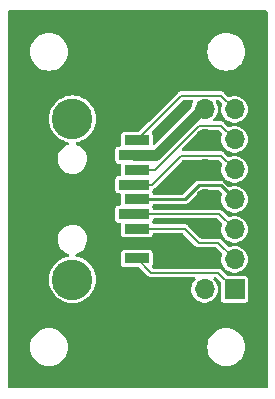
<source format=gtl>
G04 #@! TF.GenerationSoftware,KiCad,Pcbnew,7.0.0-da2b9df05c~163~ubuntu22.04.1*
G04 #@! TF.CreationDate,2023-03-12T19:03:42+00:00*
G04 #@! TF.ProjectId,simpleadapter14f,73696d70-6c65-4616-9461-707465723134,rev?*
G04 #@! TF.SameCoordinates,Original*
G04 #@! TF.FileFunction,Copper,L1,Top*
G04 #@! TF.FilePolarity,Positive*
%FSLAX46Y46*%
G04 Gerber Fmt 4.6, Leading zero omitted, Abs format (unit mm)*
G04 Created by KiCad (PCBNEW 7.0.0-da2b9df05c~163~ubuntu22.04.1) date 2023-03-12 19:03:42*
%MOMM*%
%LPD*%
G01*
G04 APERTURE LIST*
G04 #@! TA.AperFunction,SMDPad,CuDef*
%ADD10R,2.600000X0.900000*%
G04 #@! TD*
G04 #@! TA.AperFunction,SMDPad,CuDef*
%ADD11R,2.150000X0.900000*%
G04 #@! TD*
G04 #@! TA.AperFunction,ComponentPad*
%ADD12C,3.438000*%
G04 #@! TD*
G04 #@! TA.AperFunction,ComponentPad*
%ADD13R,1.700000X1.700000*%
G04 #@! TD*
G04 #@! TA.AperFunction,ComponentPad*
%ADD14O,1.700000X1.700000*%
G04 #@! TD*
G04 #@! TA.AperFunction,ViaPad*
%ADD15C,0.800000*%
G04 #@! TD*
G04 #@! TA.AperFunction,Conductor*
%ADD16C,0.900000*%
G04 #@! TD*
G04 #@! TA.AperFunction,Conductor*
%ADD17C,0.200000*%
G04 #@! TD*
G04 #@! TA.AperFunction,Conductor*
%ADD18C,0.250000*%
G04 #@! TD*
G04 APERTURE END LIST*
D10*
X157189999Y-90849999D03*
X157189999Y-93349999D03*
X157189999Y-95849999D03*
X157189999Y-98349999D03*
D11*
X157414999Y-99599999D03*
X157414999Y-97099999D03*
X157414999Y-94599999D03*
X157414999Y-92099999D03*
X157414999Y-89599999D03*
D12*
X151970000Y-87800000D03*
X151970000Y-101400000D03*
D13*
X165699999Y-102219999D03*
D14*
X163159999Y-102219999D03*
X165699999Y-99679999D03*
X163159999Y-99679999D03*
X165699999Y-97139999D03*
X163159999Y-97139999D03*
X165699999Y-94599999D03*
X163159999Y-94599999D03*
X165699999Y-92059999D03*
X163159999Y-92059999D03*
X165699999Y-89519999D03*
X163159999Y-89519999D03*
X165699999Y-86979999D03*
X163159999Y-86979999D03*
D15*
X160770000Y-87570000D03*
X160540000Y-98380000D03*
X160510000Y-99680000D03*
X159700000Y-88640000D03*
D16*
X162960000Y-86980000D02*
X163160000Y-86980000D01*
X157190000Y-90850000D02*
X159090000Y-90850000D01*
X159090000Y-90850000D02*
X162960000Y-86980000D01*
D17*
X164550000Y-90910000D02*
X165700000Y-92060000D01*
X161130000Y-90910000D02*
X164550000Y-90910000D01*
X158690000Y-93350000D02*
X161130000Y-90910000D01*
X157190000Y-93350000D02*
X158690000Y-93350000D01*
X157190000Y-95850000D02*
X164410000Y-95850000D01*
X164410000Y-95850000D02*
X165700000Y-97140000D01*
X157415000Y-99600000D02*
X158645000Y-100830000D01*
X158645000Y-100830000D02*
X164310000Y-100830000D01*
X164310000Y-100830000D02*
X165700000Y-102220000D01*
X161493654Y-97100000D02*
X162683654Y-98290000D01*
X162683654Y-98290000D02*
X164310000Y-98290000D01*
X164310000Y-98290000D02*
X165700000Y-99680000D01*
X157415000Y-97100000D02*
X161493654Y-97100000D01*
D18*
X161498299Y-94600000D02*
X162673299Y-93425000D01*
X157415000Y-94600000D02*
X161498299Y-94600000D01*
X162673299Y-93425000D02*
X164525000Y-93425000D01*
X164525000Y-93425000D02*
X165700000Y-94600000D01*
D17*
X157415000Y-92100000D02*
X158953654Y-92100000D01*
X158953654Y-92100000D02*
X162683654Y-88370000D01*
X162683654Y-88370000D02*
X164550000Y-88370000D01*
X164550000Y-88370000D02*
X165700000Y-89520000D01*
X157415000Y-89600000D02*
X161185000Y-85830000D01*
X164550000Y-85830000D02*
X165700000Y-86980000D01*
X161185000Y-85830000D02*
X164550000Y-85830000D01*
G04 #@! TA.AperFunction,Conductor*
G36*
X162159928Y-86217594D02*
G01*
X162205432Y-86264163D01*
X162221069Y-86327368D01*
X162203183Y-86387572D01*
X162203251Y-86387606D01*
X162200698Y-86392732D01*
X162200693Y-86392741D01*
X162113243Y-86568364D01*
X162113239Y-86568372D01*
X162110689Y-86573495D01*
X162109123Y-86578998D01*
X162109119Y-86579009D01*
X162067428Y-86725541D01*
X162053860Y-86773227D01*
X162053331Y-86778932D01*
X162053331Y-86778934D01*
X162048394Y-86832214D01*
X162037170Y-86873466D01*
X162012604Y-86908454D01*
X158972181Y-89948878D01*
X158922818Y-89979128D01*
X158865102Y-89983670D01*
X158811615Y-89961515D01*
X158774015Y-89917492D01*
X158760500Y-89861197D01*
X158760500Y-89129456D01*
X158760500Y-89123360D01*
X158744805Y-89044456D01*
X158701087Y-88979028D01*
X158681250Y-88926323D01*
X158686770Y-88870279D01*
X158716506Y-88822458D01*
X161302146Y-86236819D01*
X161342375Y-86209939D01*
X161389828Y-86200500D01*
X162097102Y-86200500D01*
X162159928Y-86217594D01*
G37*
G04 #@! TD.AperFunction*
G04 #@! TA.AperFunction,Conductor*
G36*
X168437500Y-78617113D02*
G01*
X168482887Y-78662500D01*
X168499500Y-78724500D01*
X168499500Y-110475500D01*
X168482887Y-110537500D01*
X168437500Y-110582887D01*
X168375500Y-110599500D01*
X146624500Y-110599500D01*
X146562500Y-110582887D01*
X146517113Y-110537500D01*
X146500500Y-110475500D01*
X146500500Y-107100000D01*
X148394551Y-107100000D01*
X148414317Y-107351148D01*
X148415452Y-107355877D01*
X148415453Y-107355881D01*
X148471989Y-107591374D01*
X148471991Y-107591382D01*
X148473127Y-107596111D01*
X148569534Y-107828859D01*
X148572081Y-107833016D01*
X148572082Y-107833017D01*
X148698617Y-108039504D01*
X148698622Y-108039511D01*
X148701164Y-108043659D01*
X148704324Y-108047358D01*
X148704327Y-108047363D01*
X148861615Y-108231523D01*
X148864776Y-108235224D01*
X149056341Y-108398836D01*
X149060491Y-108401379D01*
X149060495Y-108401382D01*
X149172300Y-108469896D01*
X149271141Y-108530466D01*
X149503889Y-108626873D01*
X149748852Y-108685683D01*
X149937118Y-108700500D01*
X150060437Y-108700500D01*
X150062882Y-108700500D01*
X150251148Y-108685683D01*
X150496111Y-108626873D01*
X150728859Y-108530466D01*
X150943659Y-108398836D01*
X151135224Y-108235224D01*
X151298836Y-108043659D01*
X151430466Y-107828859D01*
X151526873Y-107596111D01*
X151585683Y-107351148D01*
X151605449Y-107100000D01*
X163394551Y-107100000D01*
X163414317Y-107351148D01*
X163415452Y-107355877D01*
X163415453Y-107355881D01*
X163471989Y-107591374D01*
X163471991Y-107591382D01*
X163473127Y-107596111D01*
X163569534Y-107828859D01*
X163572081Y-107833016D01*
X163572082Y-107833017D01*
X163698617Y-108039504D01*
X163698622Y-108039511D01*
X163701164Y-108043659D01*
X163704324Y-108047358D01*
X163704327Y-108047363D01*
X163861615Y-108231523D01*
X163864776Y-108235224D01*
X164056341Y-108398836D01*
X164060491Y-108401379D01*
X164060495Y-108401382D01*
X164172300Y-108469896D01*
X164271141Y-108530466D01*
X164503889Y-108626873D01*
X164748852Y-108685683D01*
X164937118Y-108700500D01*
X165060437Y-108700500D01*
X165062882Y-108700500D01*
X165251148Y-108685683D01*
X165496111Y-108626873D01*
X165728859Y-108530466D01*
X165943659Y-108398836D01*
X166135224Y-108235224D01*
X166298836Y-108043659D01*
X166430466Y-107828859D01*
X166526873Y-107596111D01*
X166585683Y-107351148D01*
X166605449Y-107100000D01*
X166585683Y-106848852D01*
X166526873Y-106603889D01*
X166430466Y-106371141D01*
X166298836Y-106156341D01*
X166135224Y-105964776D01*
X166131523Y-105961615D01*
X165947363Y-105804327D01*
X165947358Y-105804324D01*
X165943659Y-105801164D01*
X165939511Y-105798622D01*
X165939504Y-105798617D01*
X165733017Y-105672082D01*
X165733016Y-105672081D01*
X165728859Y-105669534D01*
X165496111Y-105573127D01*
X165491382Y-105571991D01*
X165491374Y-105571989D01*
X165255881Y-105515453D01*
X165255877Y-105515452D01*
X165251148Y-105514317D01*
X165246295Y-105513935D01*
X165065316Y-105499691D01*
X165065301Y-105499690D01*
X165062882Y-105499500D01*
X164937118Y-105499500D01*
X164934699Y-105499690D01*
X164934683Y-105499691D01*
X164753704Y-105513935D01*
X164753702Y-105513935D01*
X164748852Y-105514317D01*
X164744124Y-105515451D01*
X164744118Y-105515453D01*
X164508625Y-105571989D01*
X164508613Y-105571992D01*
X164503889Y-105573127D01*
X164499392Y-105574989D01*
X164499388Y-105574991D01*
X164275645Y-105667668D01*
X164275640Y-105667670D01*
X164271141Y-105669534D01*
X164266988Y-105672078D01*
X164266982Y-105672082D01*
X164060495Y-105798617D01*
X164060482Y-105798626D01*
X164056341Y-105801164D01*
X164052646Y-105804319D01*
X164052636Y-105804327D01*
X163868476Y-105961615D01*
X163868469Y-105961621D01*
X163864776Y-105964776D01*
X163861621Y-105968469D01*
X163861615Y-105968476D01*
X163704327Y-106152636D01*
X163704319Y-106152646D01*
X163701164Y-106156341D01*
X163698626Y-106160482D01*
X163698617Y-106160495D01*
X163572082Y-106366982D01*
X163572078Y-106366988D01*
X163569534Y-106371141D01*
X163473127Y-106603889D01*
X163471992Y-106608613D01*
X163471989Y-106608625D01*
X163415453Y-106844118D01*
X163415451Y-106844124D01*
X163414317Y-106848852D01*
X163394551Y-107100000D01*
X151605449Y-107100000D01*
X151585683Y-106848852D01*
X151526873Y-106603889D01*
X151430466Y-106371141D01*
X151298836Y-106156341D01*
X151135224Y-105964776D01*
X151131523Y-105961615D01*
X150947363Y-105804327D01*
X150947358Y-105804324D01*
X150943659Y-105801164D01*
X150939511Y-105798622D01*
X150939504Y-105798617D01*
X150733017Y-105672082D01*
X150733016Y-105672081D01*
X150728859Y-105669534D01*
X150496111Y-105573127D01*
X150491382Y-105571991D01*
X150491374Y-105571989D01*
X150255881Y-105515453D01*
X150255877Y-105515452D01*
X150251148Y-105514317D01*
X150246295Y-105513935D01*
X150065316Y-105499691D01*
X150065301Y-105499690D01*
X150062882Y-105499500D01*
X149937118Y-105499500D01*
X149934699Y-105499690D01*
X149934683Y-105499691D01*
X149753704Y-105513935D01*
X149753702Y-105513935D01*
X149748852Y-105514317D01*
X149744124Y-105515451D01*
X149744118Y-105515453D01*
X149508625Y-105571989D01*
X149508613Y-105571992D01*
X149503889Y-105573127D01*
X149499392Y-105574989D01*
X149499388Y-105574991D01*
X149275645Y-105667668D01*
X149275640Y-105667670D01*
X149271141Y-105669534D01*
X149266988Y-105672078D01*
X149266982Y-105672082D01*
X149060495Y-105798617D01*
X149060482Y-105798626D01*
X149056341Y-105801164D01*
X149052646Y-105804319D01*
X149052636Y-105804327D01*
X148868476Y-105961615D01*
X148868469Y-105961621D01*
X148864776Y-105964776D01*
X148861621Y-105968469D01*
X148861615Y-105968476D01*
X148704327Y-106152636D01*
X148704319Y-106152646D01*
X148701164Y-106156341D01*
X148698626Y-106160482D01*
X148698617Y-106160495D01*
X148572082Y-106366982D01*
X148572078Y-106366988D01*
X148569534Y-106371141D01*
X148473127Y-106603889D01*
X148471992Y-106608613D01*
X148471989Y-106608625D01*
X148415453Y-106844118D01*
X148415451Y-106844124D01*
X148414317Y-106848852D01*
X148394551Y-107100000D01*
X146500500Y-107100000D01*
X146500500Y-101400000D01*
X149975418Y-101400000D01*
X149975734Y-101404418D01*
X149995403Y-101679436D01*
X149995404Y-101679445D01*
X149995720Y-101683859D01*
X149996660Y-101688183D01*
X149996662Y-101688192D01*
X150025120Y-101819009D01*
X150056213Y-101961939D01*
X150057762Y-101966092D01*
X150154116Y-102224430D01*
X150154118Y-102224436D01*
X150155664Y-102228579D01*
X150157786Y-102232465D01*
X150289924Y-102474458D01*
X150289928Y-102474465D01*
X150292051Y-102478352D01*
X150294708Y-102481901D01*
X150459943Y-102702630D01*
X150459948Y-102702636D01*
X150462596Y-102706173D01*
X150663827Y-102907404D01*
X150667364Y-102910052D01*
X150667369Y-102910056D01*
X150752163Y-102973532D01*
X150891648Y-103077949D01*
X151141421Y-103214336D01*
X151408061Y-103313787D01*
X151686141Y-103374280D01*
X151970000Y-103394582D01*
X152253859Y-103374280D01*
X152531939Y-103313787D01*
X152798579Y-103214336D01*
X153048352Y-103077949D01*
X153276173Y-102907404D01*
X153477404Y-102706173D01*
X153647949Y-102478352D01*
X153784336Y-102228579D01*
X153883787Y-101961939D01*
X153944280Y-101683859D01*
X153964582Y-101400000D01*
X153944280Y-101116141D01*
X153883787Y-100838061D01*
X153784336Y-100571421D01*
X153647949Y-100321648D01*
X153523605Y-100155544D01*
X153480056Y-100097369D01*
X153480052Y-100097364D01*
X153477404Y-100093827D01*
X153460217Y-100076640D01*
X156069500Y-100076640D01*
X156070688Y-100082615D01*
X156070689Y-100082620D01*
X156073623Y-100097369D01*
X156085195Y-100155544D01*
X156144981Y-100245019D01*
X156234456Y-100304805D01*
X156313360Y-100320500D01*
X157560172Y-100320500D01*
X157607625Y-100329939D01*
X157647853Y-100356819D01*
X158346748Y-101055714D01*
X158362873Y-101075570D01*
X158363022Y-101075798D01*
X158363025Y-101075801D01*
X158368645Y-101084403D01*
X158393226Y-101103535D01*
X158397208Y-101106769D01*
X158401097Y-101110063D01*
X158404726Y-101113692D01*
X158421409Y-101125604D01*
X158425477Y-101128637D01*
X158466223Y-101160351D01*
X158473643Y-101162898D01*
X158480028Y-101167457D01*
X158529525Y-101182192D01*
X158534324Y-101183730D01*
X158583174Y-101200500D01*
X158591020Y-101200500D01*
X158598538Y-101202738D01*
X158650093Y-101200606D01*
X158655217Y-101200500D01*
X162295044Y-101200500D01*
X162352357Y-101214540D01*
X162396692Y-101253481D01*
X162418008Y-101308504D01*
X162411478Y-101367150D01*
X162378582Y-101416137D01*
X162332630Y-101458026D01*
X162332622Y-101458034D01*
X162328393Y-101461890D01*
X162324939Y-101466462D01*
X162324936Y-101466467D01*
X162206705Y-101623030D01*
X162206697Y-101623041D01*
X162203251Y-101627606D01*
X162200701Y-101632726D01*
X162200696Y-101632735D01*
X162113243Y-101808364D01*
X162113239Y-101808372D01*
X162110689Y-101813495D01*
X162109123Y-101818998D01*
X162109119Y-101819009D01*
X162067271Y-101966092D01*
X162053860Y-102013227D01*
X162034700Y-102220000D01*
X162053860Y-102426773D01*
X162055429Y-102432287D01*
X162109119Y-102620990D01*
X162109122Y-102620998D01*
X162110689Y-102626505D01*
X162113241Y-102631630D01*
X162113243Y-102631635D01*
X162200696Y-102807264D01*
X162200698Y-102807268D01*
X162203251Y-102812394D01*
X162206701Y-102816962D01*
X162206705Y-102816969D01*
X162277001Y-102910056D01*
X162328393Y-102978110D01*
X162332627Y-102981970D01*
X162332630Y-102981973D01*
X162422054Y-103063493D01*
X162481855Y-103118009D01*
X162658411Y-103227327D01*
X162852047Y-103302342D01*
X163056170Y-103340500D01*
X163258101Y-103340500D01*
X163263830Y-103340500D01*
X163467953Y-103302342D01*
X163661589Y-103227327D01*
X163838145Y-103118009D01*
X163991607Y-102978110D01*
X164116749Y-102812394D01*
X164209311Y-102626505D01*
X164266140Y-102426773D01*
X164285300Y-102220000D01*
X164266140Y-102013227D01*
X164209311Y-101813495D01*
X164116749Y-101627606D01*
X164113296Y-101623034D01*
X164113294Y-101623030D01*
X163995063Y-101466467D01*
X163991607Y-101461890D01*
X163987371Y-101458029D01*
X163987369Y-101458026D01*
X163941418Y-101416137D01*
X163908522Y-101367150D01*
X163901992Y-101308504D01*
X163923308Y-101253481D01*
X163967643Y-101214540D01*
X164024956Y-101200500D01*
X164105172Y-101200500D01*
X164152625Y-101209939D01*
X164192853Y-101236819D01*
X164543181Y-101587147D01*
X164570061Y-101627375D01*
X164579500Y-101674828D01*
X164579500Y-103096640D01*
X164580688Y-103102615D01*
X164580689Y-103102620D01*
X164584350Y-103121025D01*
X164595195Y-103175544D01*
X164654981Y-103265019D01*
X164744456Y-103324805D01*
X164823360Y-103340500D01*
X166570544Y-103340500D01*
X166576640Y-103340500D01*
X166655544Y-103324805D01*
X166745019Y-103265019D01*
X166804805Y-103175544D01*
X166820500Y-103096640D01*
X166820500Y-101343360D01*
X166804805Y-101264456D01*
X166745019Y-101174981D01*
X166728236Y-101163767D01*
X166665697Y-101121979D01*
X166665696Y-101121978D01*
X166655544Y-101115195D01*
X166643566Y-101112812D01*
X166643565Y-101112812D01*
X166582620Y-101100689D01*
X166582615Y-101100688D01*
X166576640Y-101099500D01*
X166570544Y-101099500D01*
X165154828Y-101099500D01*
X165107375Y-101090061D01*
X165067147Y-101063181D01*
X164608249Y-100604283D01*
X164592120Y-100584421D01*
X164591973Y-100584196D01*
X164591972Y-100584195D01*
X164586355Y-100575597D01*
X164578251Y-100569289D01*
X164578249Y-100569287D01*
X164561773Y-100556464D01*
X164557793Y-100553232D01*
X164553903Y-100549937D01*
X164550274Y-100546308D01*
X164546100Y-100543328D01*
X164546091Y-100543320D01*
X164533619Y-100534415D01*
X164529515Y-100531355D01*
X164496887Y-100505960D01*
X164496881Y-100505957D01*
X164488777Y-100499649D01*
X164481356Y-100497101D01*
X164474972Y-100492543D01*
X164425510Y-100477817D01*
X164420655Y-100476262D01*
X164371826Y-100459500D01*
X164363980Y-100459500D01*
X164356462Y-100457262D01*
X164346199Y-100457686D01*
X164346196Y-100457686D01*
X164304916Y-100459394D01*
X164299792Y-100459500D01*
X158849828Y-100459500D01*
X158802375Y-100450061D01*
X158762147Y-100423181D01*
X158716508Y-100377542D01*
X158686769Y-100329719D01*
X158681250Y-100273674D01*
X158701085Y-100220973D01*
X158744805Y-100155544D01*
X158760500Y-100076640D01*
X158760500Y-99123360D01*
X158744805Y-99044456D01*
X158685019Y-98954981D01*
X158642345Y-98926467D01*
X158605697Y-98901979D01*
X158605696Y-98901978D01*
X158595544Y-98895195D01*
X158583566Y-98892812D01*
X158583565Y-98892812D01*
X158522620Y-98880689D01*
X158522615Y-98880688D01*
X158516640Y-98879500D01*
X156313360Y-98879500D01*
X156307385Y-98880688D01*
X156307379Y-98880689D01*
X156246434Y-98892812D01*
X156246432Y-98892812D01*
X156234456Y-98895195D01*
X156224305Y-98901977D01*
X156224302Y-98901979D01*
X156155134Y-98948196D01*
X156155131Y-98948198D01*
X156144981Y-98954981D01*
X156138198Y-98965131D01*
X156138196Y-98965134D01*
X156091979Y-99034302D01*
X156091977Y-99034305D01*
X156085195Y-99044456D01*
X156082812Y-99056432D01*
X156082812Y-99056434D01*
X156070689Y-99117379D01*
X156070688Y-99117385D01*
X156069500Y-99123360D01*
X156069500Y-100076640D01*
X153460217Y-100076640D01*
X153276173Y-99892596D01*
X153272636Y-99889948D01*
X153272630Y-99889943D01*
X153051901Y-99724708D01*
X153048352Y-99722051D01*
X153044465Y-99719928D01*
X153044458Y-99719924D01*
X152802465Y-99587786D01*
X152798579Y-99585664D01*
X152794436Y-99584118D01*
X152794430Y-99584116D01*
X152536092Y-99487762D01*
X152531939Y-99486213D01*
X152527615Y-99485272D01*
X152527607Y-99485270D01*
X152326226Y-99441462D01*
X152268441Y-99411377D01*
X152233882Y-99356151D01*
X152232089Y-99291028D01*
X152263556Y-99233984D01*
X152319591Y-99200767D01*
X152411170Y-99175493D01*
X152613973Y-99077829D01*
X152796078Y-98945522D01*
X152951632Y-98782825D01*
X153075635Y-98594968D01*
X153164103Y-98387988D01*
X153214191Y-98168537D01*
X153224290Y-97943670D01*
X153194075Y-97720613D01*
X153124517Y-97506536D01*
X153038545Y-97346773D01*
X153020487Y-97313215D01*
X153020485Y-97313212D01*
X153017852Y-97308319D01*
X152948877Y-97221828D01*
X152880977Y-97136684D01*
X152877508Y-97132334D01*
X152707996Y-96984235D01*
X152703218Y-96981380D01*
X152703215Y-96981378D01*
X152519545Y-96871641D01*
X152519540Y-96871638D01*
X152514764Y-96868785D01*
X152509547Y-96866827D01*
X152309239Y-96791650D01*
X152309236Y-96791649D01*
X152304024Y-96789693D01*
X152298546Y-96788698D01*
X152298543Y-96788698D01*
X152088030Y-96750495D01*
X152088029Y-96750494D01*
X152082547Y-96749500D01*
X151913845Y-96749500D01*
X151911097Y-96749747D01*
X151911081Y-96749748D01*
X151751360Y-96764123D01*
X151751352Y-96764124D01*
X151745812Y-96764623D01*
X151740448Y-96766103D01*
X151740439Y-96766105D01*
X151534201Y-96823024D01*
X151534194Y-96823026D01*
X151528830Y-96824507D01*
X151523812Y-96826923D01*
X151523808Y-96826925D01*
X151331048Y-96919752D01*
X151331039Y-96919757D01*
X151326027Y-96922171D01*
X151321525Y-96925441D01*
X151321518Y-96925446D01*
X151148429Y-97051203D01*
X151148425Y-97051205D01*
X151143922Y-97054478D01*
X151140083Y-97058492D01*
X151140074Y-97058501D01*
X150992218Y-97213147D01*
X150992212Y-97213154D01*
X150988368Y-97217175D01*
X150985299Y-97221823D01*
X150985296Y-97221828D01*
X150867435Y-97400380D01*
X150867431Y-97400386D01*
X150864365Y-97405032D01*
X150862178Y-97410148D01*
X150862173Y-97410158D01*
X150778088Y-97606884D01*
X150778085Y-97606892D01*
X150775897Y-97612012D01*
X150774657Y-97617441D01*
X150774656Y-97617447D01*
X150733442Y-97798020D01*
X150725809Y-97831463D01*
X150725559Y-97837019D01*
X150725558Y-97837030D01*
X150717712Y-98011748D01*
X150715710Y-98056330D01*
X150716455Y-98061833D01*
X150716456Y-98061844D01*
X150745177Y-98273867D01*
X150745925Y-98279387D01*
X150747644Y-98284680D01*
X150747646Y-98284685D01*
X150813761Y-98488167D01*
X150813764Y-98488175D01*
X150815483Y-98493464D01*
X150818121Y-98498366D01*
X150919512Y-98686784D01*
X150919516Y-98686790D01*
X150922148Y-98691681D01*
X150925612Y-98696025D01*
X150925615Y-98696029D01*
X151059022Y-98863315D01*
X151062492Y-98867666D01*
X151232004Y-99015765D01*
X151425236Y-99131215D01*
X151623850Y-99205756D01*
X151675272Y-99242146D01*
X151702176Y-99299109D01*
X151697618Y-99361941D01*
X151662774Y-99414425D01*
X151606638Y-99443014D01*
X151412392Y-99485270D01*
X151412380Y-99485273D01*
X151408061Y-99486213D01*
X151403911Y-99487760D01*
X151403907Y-99487762D01*
X151145569Y-99584116D01*
X151145558Y-99584120D01*
X151141421Y-99585664D01*
X151137539Y-99587783D01*
X151137534Y-99587786D01*
X150895541Y-99719924D01*
X150895528Y-99719932D01*
X150891648Y-99722051D01*
X150888102Y-99724704D01*
X150888098Y-99724708D01*
X150667369Y-99889943D01*
X150667356Y-99889953D01*
X150663827Y-99892596D01*
X150660701Y-99895721D01*
X150660694Y-99895728D01*
X150465728Y-100090694D01*
X150465721Y-100090701D01*
X150462596Y-100093827D01*
X150459953Y-100097356D01*
X150459943Y-100097369D01*
X150294708Y-100318098D01*
X150294704Y-100318102D01*
X150292051Y-100321648D01*
X150289932Y-100325528D01*
X150289924Y-100325541D01*
X150163831Y-100556464D01*
X150155664Y-100571421D01*
X150154120Y-100575558D01*
X150154116Y-100575569D01*
X150070615Y-100799447D01*
X150056213Y-100838061D01*
X150055270Y-100842392D01*
X150055270Y-100842395D01*
X149996662Y-101111807D01*
X149996660Y-101111817D01*
X149995720Y-101116141D01*
X149995404Y-101120552D01*
X149995403Y-101120563D01*
X149981962Y-101308504D01*
X149975418Y-101400000D01*
X146500500Y-101400000D01*
X146500500Y-96326640D01*
X155619500Y-96326640D01*
X155635195Y-96405544D01*
X155641978Y-96415696D01*
X155641979Y-96415697D01*
X155681604Y-96475000D01*
X155694981Y-96495019D01*
X155784456Y-96554805D01*
X155863360Y-96570500D01*
X155945500Y-96570500D01*
X156007500Y-96587113D01*
X156052887Y-96632500D01*
X156069500Y-96694500D01*
X156069500Y-97576640D01*
X156085195Y-97655544D01*
X156091978Y-97665696D01*
X156091979Y-97665697D01*
X156125132Y-97715314D01*
X156144981Y-97745019D01*
X156234456Y-97804805D01*
X156313360Y-97820500D01*
X158510544Y-97820500D01*
X158516640Y-97820500D01*
X158595544Y-97804805D01*
X158685019Y-97745019D01*
X158744805Y-97655544D01*
X158760500Y-97576640D01*
X158761319Y-97576802D01*
X158779642Y-97525604D01*
X158824290Y-97485140D01*
X158882741Y-97470500D01*
X161288826Y-97470500D01*
X161336279Y-97479939D01*
X161376507Y-97506819D01*
X162385402Y-98515714D01*
X162401527Y-98535570D01*
X162401676Y-98535798D01*
X162401679Y-98535801D01*
X162407299Y-98544403D01*
X162431880Y-98563535D01*
X162435862Y-98566769D01*
X162439751Y-98570063D01*
X162443380Y-98573692D01*
X162460063Y-98585604D01*
X162464131Y-98588637D01*
X162504877Y-98620351D01*
X162512297Y-98622898D01*
X162518682Y-98627457D01*
X162568179Y-98642192D01*
X162572978Y-98643730D01*
X162621828Y-98660500D01*
X162629674Y-98660500D01*
X162637192Y-98662738D01*
X162688738Y-98660605D01*
X162693862Y-98660500D01*
X164105172Y-98660500D01*
X164152625Y-98669939D01*
X164192853Y-98696819D01*
X164627147Y-99131113D01*
X164653657Y-99170457D01*
X164663451Y-99216877D01*
X164655097Y-99263577D01*
X164653238Y-99268374D01*
X164650689Y-99273495D01*
X164649122Y-99279001D01*
X164649119Y-99279010D01*
X164607377Y-99425720D01*
X164593860Y-99473227D01*
X164574700Y-99680000D01*
X164593860Y-99886773D01*
X164595429Y-99892287D01*
X164649119Y-100080990D01*
X164649122Y-100080998D01*
X164650689Y-100086505D01*
X164653241Y-100091630D01*
X164653243Y-100091635D01*
X164740696Y-100267264D01*
X164740698Y-100267268D01*
X164743251Y-100272394D01*
X164746701Y-100276962D01*
X164746705Y-100276969D01*
X164850389Y-100414269D01*
X164868393Y-100438110D01*
X164872627Y-100441970D01*
X164872630Y-100441973D01*
X164935898Y-100499649D01*
X165021855Y-100578009D01*
X165198411Y-100687327D01*
X165392047Y-100762342D01*
X165596170Y-100800500D01*
X165798101Y-100800500D01*
X165803830Y-100800500D01*
X166007953Y-100762342D01*
X166201589Y-100687327D01*
X166378145Y-100578009D01*
X166531607Y-100438110D01*
X166656749Y-100272394D01*
X166749311Y-100086505D01*
X166806140Y-99886773D01*
X166825300Y-99680000D01*
X166806140Y-99473227D01*
X166749311Y-99273495D01*
X166656749Y-99087606D01*
X166653296Y-99083034D01*
X166653294Y-99083030D01*
X166535063Y-98926467D01*
X166531607Y-98921890D01*
X166527371Y-98918029D01*
X166527369Y-98918026D01*
X166382379Y-98785851D01*
X166382380Y-98785851D01*
X166378145Y-98781991D01*
X166373276Y-98778976D01*
X166373273Y-98778974D01*
X166240586Y-98696819D01*
X166201589Y-98672673D01*
X166194532Y-98669939D01*
X166013300Y-98599729D01*
X166013295Y-98599727D01*
X166007953Y-98597658D01*
X165966137Y-98589841D01*
X165809459Y-98560552D01*
X165809456Y-98560551D01*
X165803830Y-98559500D01*
X165596170Y-98559500D01*
X165590544Y-98560551D01*
X165590540Y-98560552D01*
X165397684Y-98596604D01*
X165397681Y-98596604D01*
X165392047Y-98597658D01*
X165386708Y-98599726D01*
X165386695Y-98599730D01*
X165286889Y-98638395D01*
X165240186Y-98646753D01*
X165193762Y-98636960D01*
X165154415Y-98610449D01*
X164608249Y-98064283D01*
X164592120Y-98044421D01*
X164591973Y-98044196D01*
X164591972Y-98044195D01*
X164586355Y-98035597D01*
X164578251Y-98029289D01*
X164578249Y-98029287D01*
X164561773Y-98016464D01*
X164557793Y-98013232D01*
X164553903Y-98009937D01*
X164550274Y-98006308D01*
X164546100Y-98003328D01*
X164546091Y-98003320D01*
X164533619Y-97994415D01*
X164529515Y-97991355D01*
X164496887Y-97965960D01*
X164496881Y-97965957D01*
X164488777Y-97959649D01*
X164481356Y-97957101D01*
X164474972Y-97952543D01*
X164425510Y-97937817D01*
X164420655Y-97936262D01*
X164371826Y-97919500D01*
X164363980Y-97919500D01*
X164356462Y-97917262D01*
X164346199Y-97917686D01*
X164346196Y-97917686D01*
X164304916Y-97919394D01*
X164299792Y-97919500D01*
X162888483Y-97919500D01*
X162841030Y-97910061D01*
X162800802Y-97883181D01*
X161791903Y-96874283D01*
X161775774Y-96854421D01*
X161775627Y-96854196D01*
X161775626Y-96854195D01*
X161770009Y-96845597D01*
X161761905Y-96839289D01*
X161761903Y-96839287D01*
X161745427Y-96826464D01*
X161741447Y-96823232D01*
X161737557Y-96819937D01*
X161733928Y-96816308D01*
X161729754Y-96813328D01*
X161729745Y-96813320D01*
X161717273Y-96804415D01*
X161713169Y-96801355D01*
X161680541Y-96775960D01*
X161680535Y-96775957D01*
X161672431Y-96769649D01*
X161665010Y-96767101D01*
X161658626Y-96762543D01*
X161609164Y-96747817D01*
X161604309Y-96746262D01*
X161568219Y-96733873D01*
X161565195Y-96732835D01*
X161565194Y-96732834D01*
X161555480Y-96729500D01*
X161547634Y-96729500D01*
X161540116Y-96727262D01*
X161529853Y-96727686D01*
X161529850Y-96727686D01*
X161488570Y-96729394D01*
X161483446Y-96729500D01*
X158882741Y-96729500D01*
X158824290Y-96714860D01*
X158779642Y-96674396D01*
X158761319Y-96623197D01*
X158760500Y-96623360D01*
X158744805Y-96544456D01*
X158738019Y-96534301D01*
X158733345Y-96523015D01*
X158735425Y-96522153D01*
X158725914Y-96499199D01*
X158725914Y-96450801D01*
X158735425Y-96427846D01*
X158733345Y-96426985D01*
X158738019Y-96415698D01*
X158744805Y-96405544D01*
X158760500Y-96326640D01*
X158761319Y-96326802D01*
X158779642Y-96275604D01*
X158824290Y-96235140D01*
X158882741Y-96220500D01*
X164205172Y-96220500D01*
X164252625Y-96229939D01*
X164292853Y-96256819D01*
X164627147Y-96591113D01*
X164653657Y-96630457D01*
X164663451Y-96676877D01*
X164655097Y-96723577D01*
X164653238Y-96728374D01*
X164650689Y-96733495D01*
X164649122Y-96739001D01*
X164649119Y-96739010D01*
X164610631Y-96874283D01*
X164593860Y-96933227D01*
X164574700Y-97140000D01*
X164593860Y-97346773D01*
X164595429Y-97352287D01*
X164649119Y-97540990D01*
X164649122Y-97540998D01*
X164650689Y-97546505D01*
X164653241Y-97551630D01*
X164653243Y-97551635D01*
X164740696Y-97727264D01*
X164740698Y-97727268D01*
X164743251Y-97732394D01*
X164746701Y-97736962D01*
X164746705Y-97736969D01*
X164808886Y-97819310D01*
X164868393Y-97898110D01*
X164872627Y-97901970D01*
X164872630Y-97901973D01*
X164935898Y-97959649D01*
X165021855Y-98038009D01*
X165198411Y-98147327D01*
X165392047Y-98222342D01*
X165596170Y-98260500D01*
X165798101Y-98260500D01*
X165803830Y-98260500D01*
X166007953Y-98222342D01*
X166201589Y-98147327D01*
X166378145Y-98038009D01*
X166531607Y-97898110D01*
X166656749Y-97732394D01*
X166749311Y-97546505D01*
X166806140Y-97346773D01*
X166825300Y-97140000D01*
X166806140Y-96933227D01*
X166749311Y-96733495D01*
X166656749Y-96547606D01*
X166653296Y-96543034D01*
X166653294Y-96543030D01*
X166565661Y-96426985D01*
X166531607Y-96381890D01*
X166527371Y-96378029D01*
X166527369Y-96378026D01*
X166415017Y-96275604D01*
X166378145Y-96241991D01*
X166373276Y-96238976D01*
X166373273Y-96238974D01*
X166206463Y-96135691D01*
X166206464Y-96135691D01*
X166201589Y-96132673D01*
X166196246Y-96130603D01*
X166013300Y-96059729D01*
X166013295Y-96059727D01*
X166007953Y-96057658D01*
X166002315Y-96056604D01*
X165809459Y-96020552D01*
X165809456Y-96020551D01*
X165803830Y-96019500D01*
X165596170Y-96019500D01*
X165590544Y-96020551D01*
X165590540Y-96020552D01*
X165397684Y-96056604D01*
X165397681Y-96056604D01*
X165392047Y-96057658D01*
X165386708Y-96059726D01*
X165386695Y-96059730D01*
X165286889Y-96098395D01*
X165240186Y-96106753D01*
X165193762Y-96096960D01*
X165154415Y-96070449D01*
X164708249Y-95624283D01*
X164692120Y-95604421D01*
X164691973Y-95604196D01*
X164691972Y-95604195D01*
X164686355Y-95595597D01*
X164678251Y-95589289D01*
X164678249Y-95589287D01*
X164661773Y-95576464D01*
X164657793Y-95573232D01*
X164653903Y-95569937D01*
X164650274Y-95566308D01*
X164646100Y-95563328D01*
X164646091Y-95563320D01*
X164633619Y-95554415D01*
X164629515Y-95551355D01*
X164596887Y-95525960D01*
X164596881Y-95525957D01*
X164588777Y-95519649D01*
X164581356Y-95517101D01*
X164574972Y-95512543D01*
X164525510Y-95497817D01*
X164520655Y-95496262D01*
X164471826Y-95479500D01*
X164463980Y-95479500D01*
X164456462Y-95477262D01*
X164446199Y-95477686D01*
X164446196Y-95477686D01*
X164404916Y-95479394D01*
X164399792Y-95479500D01*
X158882741Y-95479500D01*
X158824290Y-95464860D01*
X158779642Y-95424396D01*
X158761319Y-95373197D01*
X158760500Y-95373360D01*
X158744805Y-95294456D01*
X158738019Y-95284301D01*
X158733346Y-95273017D01*
X158735427Y-95272154D01*
X158725900Y-95249131D01*
X158725930Y-95200717D01*
X158735427Y-95177845D01*
X158733345Y-95176983D01*
X158738017Y-95165701D01*
X158744805Y-95155544D01*
X158756787Y-95095308D01*
X158780029Y-95044013D01*
X158823561Y-95008288D01*
X158878404Y-94995500D01*
X161551180Y-94995500D01*
X161560940Y-94995500D01*
X161581635Y-94988775D01*
X161600535Y-94984237D01*
X161622039Y-94980832D01*
X161641422Y-94970954D01*
X161659392Y-94963510D01*
X161680090Y-94956786D01*
X161697693Y-94943995D01*
X161714275Y-94933834D01*
X161733666Y-94923955D01*
X161822254Y-94835367D01*
X161822253Y-94835367D01*
X162800801Y-93856819D01*
X162841030Y-93829939D01*
X162888483Y-93820500D01*
X164309816Y-93820500D01*
X164357269Y-93829939D01*
X164397497Y-93856819D01*
X164617654Y-94076976D01*
X164649991Y-94133487D01*
X164649238Y-94198591D01*
X164593860Y-94393227D01*
X164574700Y-94600000D01*
X164593860Y-94806773D01*
X164595429Y-94812287D01*
X164649119Y-95000990D01*
X164649122Y-95000998D01*
X164650689Y-95006505D01*
X164653241Y-95011630D01*
X164653243Y-95011635D01*
X164740696Y-95187264D01*
X164740698Y-95187268D01*
X164743251Y-95192394D01*
X164746701Y-95196962D01*
X164746705Y-95196969D01*
X164804134Y-95273017D01*
X164868393Y-95358110D01*
X164872627Y-95361970D01*
X164872630Y-95361973D01*
X164885121Y-95373360D01*
X165021855Y-95498009D01*
X165198411Y-95607327D01*
X165392047Y-95682342D01*
X165596170Y-95720500D01*
X165798101Y-95720500D01*
X165803830Y-95720500D01*
X166007953Y-95682342D01*
X166201589Y-95607327D01*
X166378145Y-95498009D01*
X166531607Y-95358110D01*
X166656749Y-95192394D01*
X166749311Y-95006505D01*
X166806140Y-94806773D01*
X166825300Y-94600000D01*
X166806140Y-94393227D01*
X166749311Y-94193495D01*
X166687474Y-94069310D01*
X166659303Y-94012735D01*
X166659302Y-94012734D01*
X166656749Y-94007606D01*
X166653296Y-94003034D01*
X166653294Y-94003030D01*
X166570628Y-93893563D01*
X166531607Y-93841890D01*
X166527371Y-93838029D01*
X166527369Y-93838026D01*
X166382379Y-93705851D01*
X166382380Y-93705851D01*
X166378145Y-93701991D01*
X166373276Y-93698976D01*
X166373273Y-93698974D01*
X166206463Y-93595691D01*
X166206464Y-93595691D01*
X166201589Y-93592673D01*
X166162965Y-93577710D01*
X166013300Y-93519729D01*
X166013295Y-93519727D01*
X166007953Y-93517658D01*
X166002315Y-93516604D01*
X165809459Y-93480552D01*
X165809456Y-93480551D01*
X165803830Y-93479500D01*
X165596170Y-93479500D01*
X165590544Y-93480551D01*
X165590540Y-93480552D01*
X165397677Y-93516605D01*
X165397671Y-93516606D01*
X165392047Y-93517658D01*
X165386712Y-93519724D01*
X165386704Y-93519727D01*
X165312373Y-93548523D01*
X165265670Y-93556881D01*
X165219246Y-93547088D01*
X165179899Y-93520577D01*
X164767268Y-93107946D01*
X164760367Y-93101045D01*
X164751674Y-93096615D01*
X164751669Y-93096612D01*
X164740976Y-93091164D01*
X164724388Y-93080999D01*
X164714687Y-93073951D01*
X164714688Y-93073951D01*
X164706791Y-93068214D01*
X164697511Y-93065198D01*
X164697504Y-93065195D01*
X164686100Y-93061490D01*
X164668126Y-93054045D01*
X164657436Y-93048598D01*
X164657431Y-93048596D01*
X164648740Y-93044168D01*
X164639106Y-93042642D01*
X164639097Y-93042639D01*
X164627245Y-93040762D01*
X164608335Y-93036223D01*
X164596923Y-93032515D01*
X164596918Y-93032514D01*
X164587641Y-93029500D01*
X164556128Y-93029500D01*
X162735940Y-93029500D01*
X162610658Y-93029500D01*
X162601376Y-93032515D01*
X162601373Y-93032516D01*
X162589963Y-93036223D01*
X162571054Y-93040762D01*
X162559199Y-93042640D01*
X162559193Y-93042641D01*
X162549559Y-93044168D01*
X162540868Y-93048595D01*
X162540865Y-93048597D01*
X162530162Y-93054050D01*
X162512196Y-93061491D01*
X162500792Y-93065196D01*
X162500784Y-93065199D01*
X162491508Y-93068214D01*
X162483614Y-93073948D01*
X162483610Y-93073951D01*
X162473899Y-93081006D01*
X162457321Y-93091165D01*
X162446624Y-93096615D01*
X162446619Y-93096618D01*
X162437932Y-93101045D01*
X162431035Y-93107941D01*
X162431032Y-93107944D01*
X161370796Y-94168181D01*
X161330568Y-94195061D01*
X161283115Y-94204500D01*
X158878404Y-94204500D01*
X158823561Y-94191712D01*
X158780029Y-94155987D01*
X158756787Y-94104692D01*
X158753290Y-94087113D01*
X158744805Y-94044456D01*
X158738019Y-94034300D01*
X158733345Y-94023015D01*
X158735425Y-94022153D01*
X158725894Y-93999098D01*
X158725934Y-93950701D01*
X158735425Y-93927846D01*
X158733345Y-93926985D01*
X158738019Y-93915698D01*
X158744805Y-93905544D01*
X158760500Y-93826640D01*
X158760500Y-93807010D01*
X158777976Y-93743539D01*
X158825477Y-93697958D01*
X158857378Y-93680692D01*
X158861850Y-93678390D01*
X158908265Y-93655701D01*
X158913813Y-93650152D01*
X158920712Y-93646419D01*
X158955690Y-93608421D01*
X158959192Y-93604772D01*
X161247146Y-91316819D01*
X161287375Y-91289939D01*
X161334828Y-91280500D01*
X164345172Y-91280500D01*
X164392625Y-91289939D01*
X164432853Y-91316819D01*
X164627147Y-91511113D01*
X164653657Y-91550457D01*
X164663451Y-91596877D01*
X164655097Y-91643577D01*
X164653238Y-91648374D01*
X164650689Y-91653495D01*
X164649122Y-91659001D01*
X164649119Y-91659010D01*
X164611895Y-91789841D01*
X164593860Y-91853227D01*
X164593331Y-91858932D01*
X164593331Y-91858934D01*
X164590297Y-91891681D01*
X164574700Y-92060000D01*
X164593860Y-92266773D01*
X164595429Y-92272287D01*
X164649119Y-92460990D01*
X164649122Y-92460998D01*
X164650689Y-92466505D01*
X164653241Y-92471630D01*
X164653243Y-92471635D01*
X164740696Y-92647264D01*
X164740698Y-92647268D01*
X164743251Y-92652394D01*
X164746701Y-92656962D01*
X164746705Y-92656969D01*
X164798079Y-92724999D01*
X164868393Y-92818110D01*
X164872627Y-92821970D01*
X164872630Y-92821973D01*
X164928999Y-92873360D01*
X165021855Y-92958009D01*
X165198411Y-93067327D01*
X165392047Y-93142342D01*
X165596170Y-93180500D01*
X165798101Y-93180500D01*
X165803830Y-93180500D01*
X166007953Y-93142342D01*
X166201589Y-93067327D01*
X166378145Y-92958009D01*
X166531607Y-92818110D01*
X166656749Y-92652394D01*
X166749311Y-92466505D01*
X166806140Y-92266773D01*
X166825300Y-92060000D01*
X166806140Y-91853227D01*
X166749311Y-91653495D01*
X166656749Y-91467606D01*
X166653296Y-91463034D01*
X166653294Y-91463030D01*
X166550297Y-91326640D01*
X166531607Y-91301890D01*
X166527371Y-91298029D01*
X166527369Y-91298026D01*
X166382379Y-91165851D01*
X166382380Y-91165851D01*
X166378145Y-91161991D01*
X166373276Y-91158976D01*
X166373273Y-91158974D01*
X166206463Y-91055691D01*
X166206464Y-91055691D01*
X166201589Y-91052673D01*
X166196246Y-91050603D01*
X166013300Y-90979729D01*
X166013295Y-90979727D01*
X166007953Y-90977658D01*
X166002315Y-90976604D01*
X165809459Y-90940552D01*
X165809456Y-90940551D01*
X165803830Y-90939500D01*
X165596170Y-90939500D01*
X165590544Y-90940551D01*
X165590540Y-90940552D01*
X165397684Y-90976604D01*
X165397681Y-90976604D01*
X165392047Y-90977658D01*
X165386708Y-90979726D01*
X165386695Y-90979730D01*
X165286889Y-91018395D01*
X165240186Y-91026753D01*
X165193762Y-91016960D01*
X165154415Y-90990449D01*
X164848249Y-90684283D01*
X164832120Y-90664421D01*
X164831973Y-90664196D01*
X164831972Y-90664195D01*
X164826355Y-90655597D01*
X164818251Y-90649289D01*
X164818249Y-90649287D01*
X164801773Y-90636464D01*
X164797793Y-90633232D01*
X164793903Y-90629937D01*
X164790274Y-90626308D01*
X164786100Y-90623328D01*
X164786091Y-90623320D01*
X164773619Y-90614415D01*
X164769515Y-90611355D01*
X164736887Y-90585960D01*
X164736881Y-90585957D01*
X164728777Y-90579649D01*
X164721356Y-90577101D01*
X164714972Y-90572543D01*
X164665510Y-90557817D01*
X164660655Y-90556262D01*
X164611826Y-90539500D01*
X164603980Y-90539500D01*
X164596462Y-90537262D01*
X164586199Y-90537686D01*
X164586196Y-90537686D01*
X164544916Y-90539394D01*
X164539792Y-90539500D01*
X161337481Y-90539500D01*
X161281186Y-90525985D01*
X161237163Y-90488385D01*
X161215008Y-90434898D01*
X161219550Y-90377182D01*
X161249800Y-90327819D01*
X161961737Y-89615883D01*
X162800800Y-88776819D01*
X162841029Y-88749939D01*
X162888482Y-88740500D01*
X164345172Y-88740500D01*
X164392625Y-88749939D01*
X164432853Y-88776819D01*
X164627147Y-88971113D01*
X164653657Y-89010457D01*
X164663451Y-89056877D01*
X164655097Y-89103577D01*
X164653238Y-89108374D01*
X164650689Y-89113495D01*
X164649122Y-89119001D01*
X164649119Y-89119010D01*
X164596408Y-89304271D01*
X164593860Y-89313227D01*
X164593331Y-89318932D01*
X164593331Y-89318934D01*
X164575229Y-89514291D01*
X164574700Y-89520000D01*
X164593860Y-89726773D01*
X164595429Y-89732287D01*
X164649119Y-89920990D01*
X164649122Y-89920998D01*
X164650689Y-89926505D01*
X164653241Y-89931630D01*
X164653243Y-89931635D01*
X164740696Y-90107264D01*
X164740698Y-90107268D01*
X164743251Y-90112394D01*
X164746701Y-90116962D01*
X164746705Y-90116969D01*
X164808045Y-90198196D01*
X164868393Y-90278110D01*
X164872627Y-90281970D01*
X164872630Y-90281973D01*
X164962054Y-90363493D01*
X165021855Y-90418009D01*
X165198411Y-90527327D01*
X165392047Y-90602342D01*
X165596170Y-90640500D01*
X165798101Y-90640500D01*
X165803830Y-90640500D01*
X166007953Y-90602342D01*
X166201589Y-90527327D01*
X166378145Y-90418009D01*
X166531607Y-90278110D01*
X166656749Y-90112394D01*
X166749311Y-89926505D01*
X166806140Y-89726773D01*
X166825300Y-89520000D01*
X166806140Y-89313227D01*
X166749311Y-89113495D01*
X166656749Y-88927606D01*
X166653296Y-88923034D01*
X166653294Y-88923030D01*
X166577344Y-88822456D01*
X166531607Y-88761890D01*
X166527371Y-88758029D01*
X166527369Y-88758026D01*
X166389634Y-88632465D01*
X166378145Y-88621991D01*
X166373276Y-88618976D01*
X166373273Y-88618974D01*
X166206463Y-88515691D01*
X166206464Y-88515691D01*
X166201589Y-88512673D01*
X166196246Y-88510603D01*
X166013300Y-88439729D01*
X166013295Y-88439727D01*
X166007953Y-88437658D01*
X166002315Y-88436604D01*
X165809459Y-88400552D01*
X165809456Y-88400551D01*
X165803830Y-88399500D01*
X165596170Y-88399500D01*
X165590544Y-88400551D01*
X165590540Y-88400552D01*
X165397684Y-88436604D01*
X165397681Y-88436604D01*
X165392047Y-88437658D01*
X165386708Y-88439726D01*
X165386695Y-88439730D01*
X165286889Y-88478395D01*
X165240186Y-88486753D01*
X165193762Y-88476960D01*
X165154415Y-88450449D01*
X164848249Y-88144283D01*
X164832120Y-88124421D01*
X164831973Y-88124196D01*
X164831972Y-88124195D01*
X164826355Y-88115597D01*
X164818251Y-88109289D01*
X164818249Y-88109287D01*
X164801773Y-88096464D01*
X164797793Y-88093232D01*
X164793903Y-88089937D01*
X164790274Y-88086308D01*
X164786100Y-88083328D01*
X164786091Y-88083320D01*
X164773619Y-88074415D01*
X164769515Y-88071355D01*
X164736887Y-88045960D01*
X164736881Y-88045957D01*
X164728777Y-88039649D01*
X164721356Y-88037101D01*
X164714972Y-88032543D01*
X164665510Y-88017817D01*
X164660655Y-88016262D01*
X164611826Y-87999500D01*
X164603980Y-87999500D01*
X164596462Y-87997262D01*
X164586199Y-87997686D01*
X164586196Y-87997686D01*
X164544916Y-87999394D01*
X164539792Y-87999500D01*
X164024956Y-87999500D01*
X163967643Y-87985460D01*
X163923308Y-87946519D01*
X163901992Y-87891496D01*
X163908522Y-87832850D01*
X163941418Y-87783863D01*
X163987369Y-87741973D01*
X163991607Y-87738110D01*
X164116749Y-87572394D01*
X164209311Y-87386505D01*
X164266140Y-87186773D01*
X164285300Y-86980000D01*
X164266140Y-86773227D01*
X164209311Y-86573495D01*
X164116749Y-86387606D01*
X164116748Y-86387605D01*
X164116816Y-86387572D01*
X164098931Y-86327368D01*
X164114568Y-86264163D01*
X164160072Y-86217594D01*
X164222898Y-86200500D01*
X164345172Y-86200500D01*
X164392625Y-86209939D01*
X164432853Y-86236819D01*
X164627147Y-86431113D01*
X164653657Y-86470457D01*
X164663451Y-86516877D01*
X164655097Y-86563577D01*
X164653238Y-86568374D01*
X164650689Y-86573495D01*
X164649122Y-86579001D01*
X164649119Y-86579010D01*
X164607428Y-86725541D01*
X164593860Y-86773227D01*
X164574700Y-86980000D01*
X164593860Y-87186773D01*
X164595429Y-87192287D01*
X164649119Y-87380990D01*
X164649122Y-87380998D01*
X164650689Y-87386505D01*
X164653241Y-87391630D01*
X164653243Y-87391635D01*
X164740696Y-87567264D01*
X164740698Y-87567268D01*
X164743251Y-87572394D01*
X164746701Y-87576962D01*
X164746705Y-87576969D01*
X164850389Y-87714269D01*
X164868393Y-87738110D01*
X164872627Y-87741970D01*
X164872630Y-87741973D01*
X164931437Y-87795582D01*
X165021855Y-87878009D01*
X165198411Y-87987327D01*
X165392047Y-88062342D01*
X165596170Y-88100500D01*
X165798101Y-88100500D01*
X165803830Y-88100500D01*
X166007953Y-88062342D01*
X166201589Y-87987327D01*
X166378145Y-87878009D01*
X166531607Y-87738110D01*
X166656749Y-87572394D01*
X166749311Y-87386505D01*
X166806140Y-87186773D01*
X166825300Y-86980000D01*
X166806140Y-86773227D01*
X166749311Y-86573495D01*
X166656749Y-86387606D01*
X166653296Y-86383034D01*
X166653294Y-86383030D01*
X166563530Y-86264163D01*
X166531607Y-86221890D01*
X166527371Y-86218029D01*
X166527369Y-86218026D01*
X166382379Y-86085851D01*
X166382380Y-86085851D01*
X166378145Y-86081991D01*
X166373276Y-86078976D01*
X166373273Y-86078974D01*
X166255537Y-86006076D01*
X166201589Y-85972673D01*
X166196246Y-85970603D01*
X166013300Y-85899729D01*
X166013295Y-85899727D01*
X166007953Y-85897658D01*
X166002315Y-85896604D01*
X165809459Y-85860552D01*
X165809456Y-85860551D01*
X165803830Y-85859500D01*
X165596170Y-85859500D01*
X165590544Y-85860551D01*
X165590540Y-85860552D01*
X165397684Y-85896604D01*
X165397681Y-85896604D01*
X165392047Y-85897658D01*
X165386708Y-85899726D01*
X165386695Y-85899730D01*
X165286889Y-85938395D01*
X165240186Y-85946753D01*
X165193762Y-85936960D01*
X165154415Y-85910449D01*
X164848249Y-85604283D01*
X164832120Y-85584421D01*
X164831973Y-85584196D01*
X164831972Y-85584195D01*
X164826355Y-85575597D01*
X164818251Y-85569289D01*
X164818249Y-85569287D01*
X164801773Y-85556464D01*
X164797793Y-85553232D01*
X164793903Y-85549937D01*
X164790274Y-85546308D01*
X164786100Y-85543328D01*
X164786091Y-85543320D01*
X164773619Y-85534415D01*
X164769515Y-85531355D01*
X164736887Y-85505960D01*
X164736881Y-85505957D01*
X164728777Y-85499649D01*
X164721356Y-85497101D01*
X164714972Y-85492543D01*
X164665510Y-85477817D01*
X164660655Y-85476262D01*
X164611826Y-85459500D01*
X164603980Y-85459500D01*
X164596462Y-85457262D01*
X164586199Y-85457686D01*
X164586196Y-85457686D01*
X164544916Y-85459394D01*
X164539792Y-85459500D01*
X161236284Y-85459500D01*
X161210838Y-85456861D01*
X161210577Y-85456806D01*
X161210575Y-85456805D01*
X161200522Y-85454698D01*
X161190330Y-85455968D01*
X161190324Y-85455968D01*
X161169627Y-85458548D01*
X161164530Y-85459077D01*
X161159421Y-85459500D01*
X161154299Y-85459500D01*
X161149252Y-85460341D01*
X161149239Y-85460343D01*
X161134093Y-85462870D01*
X161129035Y-85463606D01*
X161088016Y-85468720D01*
X161088009Y-85468721D01*
X161077821Y-85469992D01*
X161070772Y-85473437D01*
X161063035Y-85474729D01*
X161054008Y-85479613D01*
X161054005Y-85479615D01*
X161017668Y-85499280D01*
X161013115Y-85501623D01*
X160975961Y-85519787D01*
X160975956Y-85519790D01*
X160966734Y-85524299D01*
X160961183Y-85529849D01*
X160954288Y-85533581D01*
X160947333Y-85541135D01*
X160947330Y-85541138D01*
X160919357Y-85571525D01*
X160915809Y-85575222D01*
X158445074Y-88045960D01*
X157647853Y-88843181D01*
X157607625Y-88870061D01*
X157560172Y-88879500D01*
X156313360Y-88879500D01*
X156307385Y-88880688D01*
X156307379Y-88880689D01*
X156246434Y-88892812D01*
X156246432Y-88892812D01*
X156234456Y-88895195D01*
X156224305Y-88901977D01*
X156224302Y-88901979D01*
X156155134Y-88948196D01*
X156155131Y-88948198D01*
X156144981Y-88954981D01*
X156138198Y-88965131D01*
X156138196Y-88965134D01*
X156091979Y-89034302D01*
X156091977Y-89034305D01*
X156085195Y-89044456D01*
X156082812Y-89056432D01*
X156082812Y-89056434D01*
X156070689Y-89117379D01*
X156070688Y-89117385D01*
X156069500Y-89123360D01*
X156069500Y-89129456D01*
X156069500Y-90005500D01*
X156052887Y-90067500D01*
X156007500Y-90112887D01*
X155945500Y-90129500D01*
X155863360Y-90129500D01*
X155857385Y-90130688D01*
X155857379Y-90130689D01*
X155796434Y-90142812D01*
X155796432Y-90142812D01*
X155784456Y-90145195D01*
X155774305Y-90151977D01*
X155774302Y-90151979D01*
X155705134Y-90198196D01*
X155705131Y-90198198D01*
X155694981Y-90204981D01*
X155688198Y-90215131D01*
X155688196Y-90215134D01*
X155641979Y-90284302D01*
X155641977Y-90284305D01*
X155635195Y-90294456D01*
X155632812Y-90306432D01*
X155632812Y-90306434D01*
X155620689Y-90367379D01*
X155620688Y-90367385D01*
X155619500Y-90373360D01*
X155619500Y-91326640D01*
X155620688Y-91332615D01*
X155620689Y-91332620D01*
X155632812Y-91393565D01*
X155635195Y-91405544D01*
X155641978Y-91415696D01*
X155641979Y-91415697D01*
X155680847Y-91473867D01*
X155694981Y-91495019D01*
X155784456Y-91554805D01*
X155863360Y-91570500D01*
X155945500Y-91570500D01*
X156007500Y-91587113D01*
X156052887Y-91632500D01*
X156069500Y-91694500D01*
X156069500Y-92505500D01*
X156052887Y-92567500D01*
X156007500Y-92612887D01*
X155945500Y-92629500D01*
X155863360Y-92629500D01*
X155857385Y-92630688D01*
X155857379Y-92630689D01*
X155796434Y-92642812D01*
X155796432Y-92642812D01*
X155784456Y-92645195D01*
X155774305Y-92651977D01*
X155774302Y-92651979D01*
X155705134Y-92698196D01*
X155705131Y-92698198D01*
X155694981Y-92704981D01*
X155688198Y-92715131D01*
X155688196Y-92715134D01*
X155641979Y-92784302D01*
X155641977Y-92784305D01*
X155635195Y-92794456D01*
X155632812Y-92806432D01*
X155632812Y-92806434D01*
X155620689Y-92867379D01*
X155620688Y-92867385D01*
X155619500Y-92873360D01*
X155619500Y-93826640D01*
X155620688Y-93832615D01*
X155620689Y-93832620D01*
X155625503Y-93856819D01*
X155635195Y-93905544D01*
X155641978Y-93915696D01*
X155641979Y-93915697D01*
X155681604Y-93975000D01*
X155694981Y-93995019D01*
X155784456Y-94054805D01*
X155863360Y-94070500D01*
X155945500Y-94070500D01*
X156007500Y-94087113D01*
X156052887Y-94132500D01*
X156069500Y-94194500D01*
X156069500Y-95005500D01*
X156052887Y-95067500D01*
X156007500Y-95112887D01*
X155945500Y-95129500D01*
X155863360Y-95129500D01*
X155857385Y-95130688D01*
X155857379Y-95130689D01*
X155796434Y-95142812D01*
X155796432Y-95142812D01*
X155784456Y-95145195D01*
X155774305Y-95151977D01*
X155774302Y-95151979D01*
X155705134Y-95198196D01*
X155705131Y-95198198D01*
X155694981Y-95204981D01*
X155688198Y-95215131D01*
X155688196Y-95215134D01*
X155641979Y-95284302D01*
X155641977Y-95284305D01*
X155635195Y-95294456D01*
X155632812Y-95306432D01*
X155632812Y-95306434D01*
X155620689Y-95367379D01*
X155620688Y-95367385D01*
X155619500Y-95373360D01*
X155619500Y-96326640D01*
X146500500Y-96326640D01*
X146500500Y-87800000D01*
X149975418Y-87800000D01*
X149975734Y-87804418D01*
X149995403Y-88079436D01*
X149995404Y-88079445D01*
X149995720Y-88083859D01*
X149996660Y-88088183D01*
X149996662Y-88088192D01*
X150052649Y-88345556D01*
X150056213Y-88361939D01*
X150057762Y-88366092D01*
X150154116Y-88624430D01*
X150154118Y-88624436D01*
X150155664Y-88628579D01*
X150157786Y-88632465D01*
X150289924Y-88874458D01*
X150289928Y-88874465D01*
X150292051Y-88878352D01*
X150294708Y-88881901D01*
X150459943Y-89102630D01*
X150459948Y-89102636D01*
X150462596Y-89106173D01*
X150663827Y-89307404D01*
X150667364Y-89310052D01*
X150667369Y-89310056D01*
X150679229Y-89318934D01*
X150891648Y-89477949D01*
X151141421Y-89614336D01*
X151408061Y-89713787D01*
X151606638Y-89756985D01*
X151613772Y-89758537D01*
X151671557Y-89788621D01*
X151706117Y-89843847D01*
X151707911Y-89908970D01*
X151676444Y-89966014D01*
X151620403Y-89999234D01*
X151534201Y-90023024D01*
X151534194Y-90023026D01*
X151528830Y-90024507D01*
X151523812Y-90026923D01*
X151523808Y-90026925D01*
X151331048Y-90119752D01*
X151331039Y-90119757D01*
X151326027Y-90122171D01*
X151321525Y-90125441D01*
X151321518Y-90125446D01*
X151148429Y-90251203D01*
X151148425Y-90251205D01*
X151143922Y-90254478D01*
X151140083Y-90258492D01*
X151140074Y-90258501D01*
X150992218Y-90413147D01*
X150992212Y-90413154D01*
X150988368Y-90417175D01*
X150985299Y-90421823D01*
X150985296Y-90421828D01*
X150867435Y-90600380D01*
X150867431Y-90600386D01*
X150864365Y-90605032D01*
X150862178Y-90610148D01*
X150862173Y-90610158D01*
X150778088Y-90806884D01*
X150778085Y-90806892D01*
X150775897Y-90812012D01*
X150774657Y-90817441D01*
X150774656Y-90817447D01*
X150727049Y-91026029D01*
X150725809Y-91031463D01*
X150725559Y-91037019D01*
X150725558Y-91037030D01*
X150717307Y-91220757D01*
X150715710Y-91256330D01*
X150716455Y-91261833D01*
X150716456Y-91261844D01*
X150743709Y-91463030D01*
X150745925Y-91479387D01*
X150747644Y-91484680D01*
X150747646Y-91484685D01*
X150813761Y-91688167D01*
X150813764Y-91688175D01*
X150815483Y-91693464D01*
X150818121Y-91698366D01*
X150919512Y-91886784D01*
X150919516Y-91886790D01*
X150922148Y-91891681D01*
X150925612Y-91896025D01*
X150925615Y-91896029D01*
X151059022Y-92063315D01*
X151062492Y-92067666D01*
X151232004Y-92215765D01*
X151236783Y-92218620D01*
X151236784Y-92218621D01*
X151330399Y-92274553D01*
X151425236Y-92331215D01*
X151635976Y-92410307D01*
X151857453Y-92450500D01*
X152023378Y-92450500D01*
X152026155Y-92450500D01*
X152194188Y-92435377D01*
X152411170Y-92375493D01*
X152613973Y-92277829D01*
X152796078Y-92145522D01*
X152951632Y-91982825D01*
X153075635Y-91794968D01*
X153164103Y-91587988D01*
X153214191Y-91368537D01*
X153224290Y-91143670D01*
X153194075Y-90920613D01*
X153124517Y-90706536D01*
X153028081Y-90527327D01*
X153020487Y-90513215D01*
X153020485Y-90513212D01*
X153017852Y-90508319D01*
X152959300Y-90434898D01*
X152880977Y-90336684D01*
X152877508Y-90332334D01*
X152707996Y-90184235D01*
X152703218Y-90181380D01*
X152703215Y-90181378D01*
X152519545Y-90071641D01*
X152519540Y-90071638D01*
X152514764Y-90068785D01*
X152316149Y-89994243D01*
X152264727Y-89957852D01*
X152237823Y-89900889D01*
X152242381Y-89838057D01*
X152277225Y-89785574D01*
X152333362Y-89756985D01*
X152531939Y-89713787D01*
X152798579Y-89614336D01*
X153048352Y-89477949D01*
X153276173Y-89307404D01*
X153477404Y-89106173D01*
X153647949Y-88878352D01*
X153784336Y-88628579D01*
X153883787Y-88361939D01*
X153944280Y-88083859D01*
X153964582Y-87800000D01*
X153944280Y-87516141D01*
X153883787Y-87238061D01*
X153784336Y-86971421D01*
X153647949Y-86721648D01*
X153477404Y-86493827D01*
X153276173Y-86292596D01*
X153272636Y-86289948D01*
X153272630Y-86289943D01*
X153051901Y-86124708D01*
X153048352Y-86122051D01*
X153044465Y-86119928D01*
X153044458Y-86119924D01*
X152802465Y-85987786D01*
X152798579Y-85985664D01*
X152794436Y-85984118D01*
X152794430Y-85984116D01*
X152536092Y-85887762D01*
X152531939Y-85886213D01*
X152515556Y-85882649D01*
X152258192Y-85826662D01*
X152258183Y-85826660D01*
X152253859Y-85825720D01*
X152249445Y-85825404D01*
X152249436Y-85825403D01*
X151974418Y-85805734D01*
X151970000Y-85805418D01*
X151965582Y-85805734D01*
X151690563Y-85825403D01*
X151690552Y-85825404D01*
X151686141Y-85825720D01*
X151681817Y-85826660D01*
X151681807Y-85826662D01*
X151412395Y-85885270D01*
X151412392Y-85885270D01*
X151408061Y-85886213D01*
X151403911Y-85887760D01*
X151403907Y-85887762D01*
X151145569Y-85984116D01*
X151145558Y-85984120D01*
X151141421Y-85985664D01*
X151137539Y-85987783D01*
X151137534Y-85987786D01*
X150895541Y-86119924D01*
X150895528Y-86119932D01*
X150891648Y-86122051D01*
X150888102Y-86124704D01*
X150888098Y-86124708D01*
X150667369Y-86289943D01*
X150667356Y-86289953D01*
X150663827Y-86292596D01*
X150660701Y-86295721D01*
X150660694Y-86295728D01*
X150465728Y-86490694D01*
X150465721Y-86490701D01*
X150462596Y-86493827D01*
X150459953Y-86497356D01*
X150459943Y-86497369D01*
X150294708Y-86718098D01*
X150294704Y-86718102D01*
X150292051Y-86721648D01*
X150289932Y-86725528D01*
X150289924Y-86725541D01*
X150157786Y-86967534D01*
X150155664Y-86971421D01*
X150154120Y-86975558D01*
X150154116Y-86975569D01*
X150057762Y-87233907D01*
X150056213Y-87238061D01*
X150055270Y-87242392D01*
X150055270Y-87242395D01*
X149996662Y-87511807D01*
X149996660Y-87511817D01*
X149995720Y-87516141D01*
X149995404Y-87520552D01*
X149995403Y-87520563D01*
X149991369Y-87576969D01*
X149975418Y-87800000D01*
X146500500Y-87800000D01*
X146500500Y-82100000D01*
X148394551Y-82100000D01*
X148414317Y-82351148D01*
X148415452Y-82355877D01*
X148415453Y-82355881D01*
X148471989Y-82591374D01*
X148471991Y-82591382D01*
X148473127Y-82596111D01*
X148569534Y-82828859D01*
X148572081Y-82833016D01*
X148572082Y-82833017D01*
X148698617Y-83039504D01*
X148698622Y-83039511D01*
X148701164Y-83043659D01*
X148704324Y-83047358D01*
X148704327Y-83047363D01*
X148861615Y-83231523D01*
X148864776Y-83235224D01*
X149056341Y-83398836D01*
X149060491Y-83401379D01*
X149060495Y-83401382D01*
X149172300Y-83469896D01*
X149271141Y-83530466D01*
X149503889Y-83626873D01*
X149748852Y-83685683D01*
X149937118Y-83700500D01*
X150060437Y-83700500D01*
X150062882Y-83700500D01*
X150251148Y-83685683D01*
X150496111Y-83626873D01*
X150728859Y-83530466D01*
X150943659Y-83398836D01*
X151135224Y-83235224D01*
X151298836Y-83043659D01*
X151430466Y-82828859D01*
X151526873Y-82596111D01*
X151585683Y-82351148D01*
X151605449Y-82100000D01*
X163394551Y-82100000D01*
X163414317Y-82351148D01*
X163415452Y-82355877D01*
X163415453Y-82355881D01*
X163471989Y-82591374D01*
X163471991Y-82591382D01*
X163473127Y-82596111D01*
X163569534Y-82828859D01*
X163572081Y-82833016D01*
X163572082Y-82833017D01*
X163698617Y-83039504D01*
X163698622Y-83039511D01*
X163701164Y-83043659D01*
X163704324Y-83047358D01*
X163704327Y-83047363D01*
X163861615Y-83231523D01*
X163864776Y-83235224D01*
X164056341Y-83398836D01*
X164060491Y-83401379D01*
X164060495Y-83401382D01*
X164172300Y-83469896D01*
X164271141Y-83530466D01*
X164503889Y-83626873D01*
X164748852Y-83685683D01*
X164937118Y-83700500D01*
X165060437Y-83700500D01*
X165062882Y-83700500D01*
X165251148Y-83685683D01*
X165496111Y-83626873D01*
X165728859Y-83530466D01*
X165943659Y-83398836D01*
X166135224Y-83235224D01*
X166298836Y-83043659D01*
X166430466Y-82828859D01*
X166526873Y-82596111D01*
X166585683Y-82351148D01*
X166605449Y-82100000D01*
X166585683Y-81848852D01*
X166526873Y-81603889D01*
X166430466Y-81371141D01*
X166298836Y-81156341D01*
X166135224Y-80964776D01*
X166131523Y-80961615D01*
X165947363Y-80804327D01*
X165947358Y-80804324D01*
X165943659Y-80801164D01*
X165939511Y-80798622D01*
X165939504Y-80798617D01*
X165733017Y-80672082D01*
X165733016Y-80672081D01*
X165728859Y-80669534D01*
X165496111Y-80573127D01*
X165491382Y-80571991D01*
X165491374Y-80571989D01*
X165255881Y-80515453D01*
X165255877Y-80515452D01*
X165251148Y-80514317D01*
X165246295Y-80513935D01*
X165065316Y-80499691D01*
X165065301Y-80499690D01*
X165062882Y-80499500D01*
X164937118Y-80499500D01*
X164934699Y-80499690D01*
X164934683Y-80499691D01*
X164753704Y-80513935D01*
X164753702Y-80513935D01*
X164748852Y-80514317D01*
X164744124Y-80515451D01*
X164744118Y-80515453D01*
X164508625Y-80571989D01*
X164508613Y-80571992D01*
X164503889Y-80573127D01*
X164499392Y-80574989D01*
X164499388Y-80574991D01*
X164275645Y-80667668D01*
X164275640Y-80667670D01*
X164271141Y-80669534D01*
X164266988Y-80672078D01*
X164266982Y-80672082D01*
X164060495Y-80798617D01*
X164060482Y-80798626D01*
X164056341Y-80801164D01*
X164052646Y-80804319D01*
X164052636Y-80804327D01*
X163868476Y-80961615D01*
X163868469Y-80961621D01*
X163864776Y-80964776D01*
X163861621Y-80968469D01*
X163861615Y-80968476D01*
X163704327Y-81152636D01*
X163704319Y-81152646D01*
X163701164Y-81156341D01*
X163698626Y-81160482D01*
X163698617Y-81160495D01*
X163572082Y-81366982D01*
X163572078Y-81366988D01*
X163569534Y-81371141D01*
X163473127Y-81603889D01*
X163471992Y-81608613D01*
X163471989Y-81608625D01*
X163415453Y-81844118D01*
X163415451Y-81844124D01*
X163414317Y-81848852D01*
X163394551Y-82100000D01*
X151605449Y-82100000D01*
X151585683Y-81848852D01*
X151526873Y-81603889D01*
X151430466Y-81371141D01*
X151298836Y-81156341D01*
X151135224Y-80964776D01*
X151131523Y-80961615D01*
X150947363Y-80804327D01*
X150947358Y-80804324D01*
X150943659Y-80801164D01*
X150939511Y-80798622D01*
X150939504Y-80798617D01*
X150733017Y-80672082D01*
X150733016Y-80672081D01*
X150728859Y-80669534D01*
X150496111Y-80573127D01*
X150491382Y-80571991D01*
X150491374Y-80571989D01*
X150255881Y-80515453D01*
X150255877Y-80515452D01*
X150251148Y-80514317D01*
X150246295Y-80513935D01*
X150065316Y-80499691D01*
X150065301Y-80499690D01*
X150062882Y-80499500D01*
X149937118Y-80499500D01*
X149934699Y-80499690D01*
X149934683Y-80499691D01*
X149753704Y-80513935D01*
X149753702Y-80513935D01*
X149748852Y-80514317D01*
X149744124Y-80515451D01*
X149744118Y-80515453D01*
X149508625Y-80571989D01*
X149508613Y-80571992D01*
X149503889Y-80573127D01*
X149499392Y-80574989D01*
X149499388Y-80574991D01*
X149275645Y-80667668D01*
X149275640Y-80667670D01*
X149271141Y-80669534D01*
X149266988Y-80672078D01*
X149266982Y-80672082D01*
X149060495Y-80798617D01*
X149060482Y-80798626D01*
X149056341Y-80801164D01*
X149052646Y-80804319D01*
X149052636Y-80804327D01*
X148868476Y-80961615D01*
X148868469Y-80961621D01*
X148864776Y-80964776D01*
X148861621Y-80968469D01*
X148861615Y-80968476D01*
X148704327Y-81152636D01*
X148704319Y-81152646D01*
X148701164Y-81156341D01*
X148698626Y-81160482D01*
X148698617Y-81160495D01*
X148572082Y-81366982D01*
X148572078Y-81366988D01*
X148569534Y-81371141D01*
X148473127Y-81603889D01*
X148471992Y-81608613D01*
X148471989Y-81608625D01*
X148415453Y-81844118D01*
X148415451Y-81844124D01*
X148414317Y-81848852D01*
X148394551Y-82100000D01*
X146500500Y-82100000D01*
X146500500Y-78724500D01*
X146517113Y-78662500D01*
X146562500Y-78617113D01*
X146624500Y-78600500D01*
X168375500Y-78600500D01*
X168437500Y-78617113D01*
G37*
G04 #@! TD.AperFunction*
M02*

</source>
